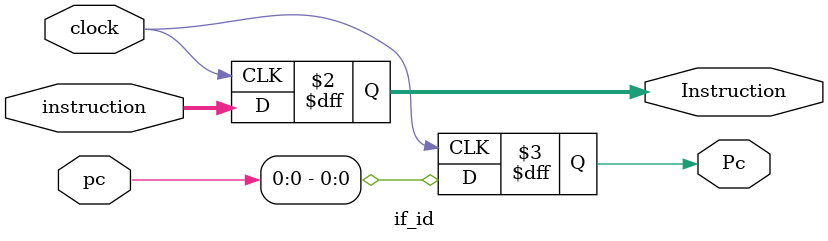
<source format=v>
module if_id (
	input clock,
	input wire [31:0] pc,
	input wire [31:0] instruction,

	output reg [31:0] Instruction,
	output reg Pc
);

always @(posedge(clock)) begin
	Pc = pc;
	Instruction = instruction;
end

endmodule
</source>
